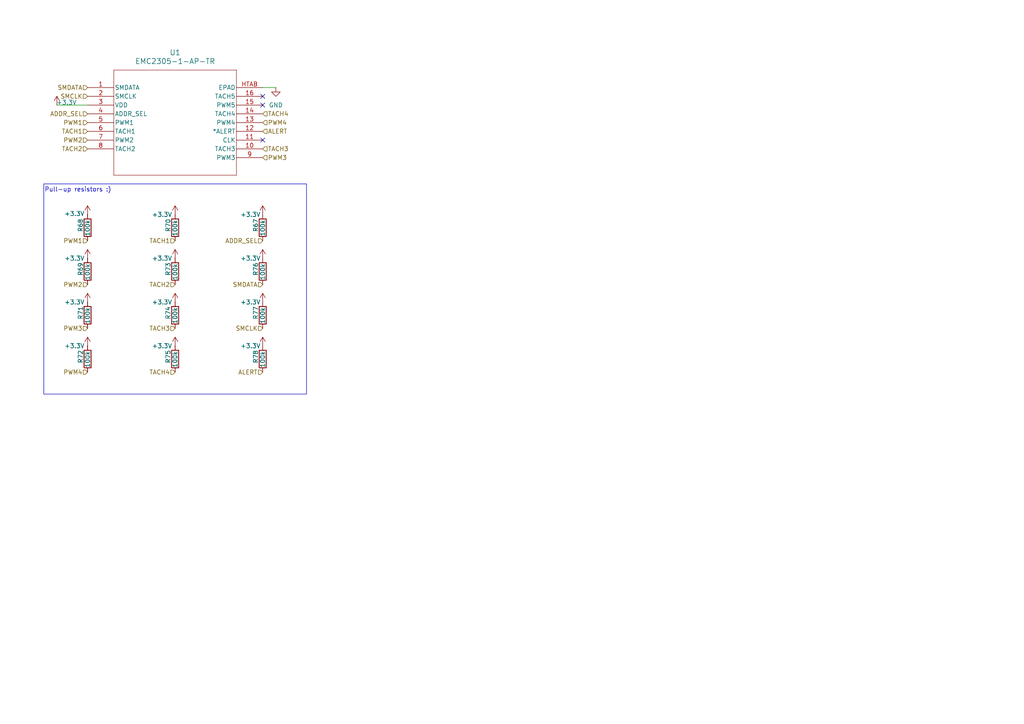
<source format=kicad_sch>
(kicad_sch (version 20231120) (generator "eeschema") (generator_version "8.0")
  (paper "A4")
  (lib_symbols
    (symbol "2024-11-02_21-04-42:EMC2305-1-AP-TR" (pin_names (offset 0.254))
      (property "Reference" "U" (at 25.4 10.16 0))
      (property "Value" "EMC2305-1-AP-TR" (at 25.4 7.62 0))
      (symbol "EMC2305-1-AP-TR_0_1"
        (polyline (pts (xy 7.62 -25.4) (xy 43.18 -25.4)) (stroke (width 0.127)))
        (polyline (pts (xy 7.62 5.08) (xy 7.62 -25.4)) (stroke (width 0.127)))
        (polyline (pts (xy 43.18 -25.4) (xy 43.18 5.08)) (stroke (width 0.127)))
        (polyline (pts (xy 43.18 5.08) (xy 7.62 5.08)) (stroke (width 0.127)))
        (pin bidirectional line (at 0 0 0) (length 7.62) (name "SMDATA") (number "1"))
        (pin input line (at 50.8 -17.78 180) (length 7.62) (name "TACH3") (number "10"))
        (pin bidirectional line (at 50.8 -15.24 180) (length 7.62) (name "CLK") (number "11"))
        (pin output line (at 50.8 -12.7 180) (length 7.62) (name "*ALERT") (number "12"))
        (pin output line (at 50.8 -10.16 180) (length 7.62) (name "PWM4") (number "13"))
        (pin input line (at 50.8 -7.62 180) (length 7.62) (name "TACH4") (number "14"))
        (pin output line (at 50.8 -5.08 180) (length 7.62) (name "PWM5") (number "15"))
        (pin input line (at 50.8 -2.54 180) (length 7.62) (name "TACH5") (number "16"))
        (pin input line (at 0 -2.54 0) (length 7.62) (name "SMCLK") (number "2"))
        (pin power_in line (at 0 -5.08 0) (length 7.62) (name "VDD") (number "3"))
        (pin bidirectional line (at 0 -7.62 0) (length 7.62) (name "ADDR_SEL") (number "4"))
        (pin output line (at 0 -10.16 0) (length 7.62) (name "PWM1") (number "5"))
        (pin input line (at 0 -12.7 0) (length 7.62) (name "TACH1") (number "6"))
        (pin output line (at 0 -15.24 0) (length 7.62) (name "PWM2") (number "7"))
        (pin input line (at 0 -17.78 0) (length 7.62) (name "TACH2") (number "8"))
        (pin output line (at 50.8 -20.32 180) (length 7.62) (name "PWM3") (number "9"))
        (pin unspecified line (at 50.8 0 180) (length 7.62) (name "EPAD") (number "HTAB"))
      )
    )
    (symbol "Device:R" (pin_numbers hide) (pin_names (offset 0))
      (property "Reference" "R" (at 2.032 0 90))
      (property "Value" "R" (at 0 0 90))
      (symbol "R_0_1"
        (rectangle (start -1.016 -2.54) (end 1.016 2.54) (stroke (width 0.254)))
      )
      (symbol "R_1_1"
        (pin passive line (at 0 3.81 270) (length 1.27) (name "~") (number "1"))
        (pin passive line (at 0 -3.81 90) (length 1.27) (name "~") (number "2"))
      )
    )
    (symbol "power:+3.3V" (power) (pin_numbers hide) (pin_names (offset 0) hide)
      (property "Value" "+3.3V" (at 0 3.556 0))
      (symbol "+3.3V_0_1"
        (polyline (pts (xy -0.762 1.27) (xy 0 2.54)))
        (polyline (pts (xy 0 0) (xy 0 2.54)))
        (polyline (pts (xy 0 2.54) (xy 0.762 1.27)))
      )
      (symbol "+3.3V_1_1"
        (pin power_in line (at 0 0 90) (length 0) (name "~") (number "1"))
      )
    )
    (symbol "power:GND" (power) (pin_numbers hide) (pin_names (offset 0) hide)
      (property "Value" "GND" (at 0 -3.81 0))
      (symbol "GND_0_1"
        (polyline (pts (xy 0 0) (xy 0 -1.27) (xy 1.27 -1.27) (xy 0 -2.54) (xy -1.27 -1.27) (xy 0 -1.27)))
      )
      (symbol "GND_1_1"
        (pin power_in line (at 0 0 270) (length 0) (name "~") (number "1"))
      )
    )
  )
  (no_connect (at 76.2 30.48))
  (no_connect (at 76.2 40.64))
  (no_connect (at 76.2 27.94))
  (wire (pts (xy 16.51 30.48) (xy 25.4 30.48)))
  (wire (pts (xy 80.01 25.4) (xy 76.2 25.4)))
  (rectangle (start 12.7 53.34) (end 88.9 114.3))
  (text "Pull-up resistors :)\n" (at 22.606 55.118 0) (effects (font (size 1.27 1.27))))
  (hierarchical_label "ADDR_SEL" (shape input) (at 76.2 69.85 180))
  (hierarchical_label "PWM1" (shape input) (at 25.4 35.56 180))
  (hierarchical_label "TACH2" (shape input) (at 25.4 43.18 180))
  (hierarchical_label "PWM2" (shape input) (at 25.4 82.55 180))
  (hierarchical_label "PWM1" (shape input) (at 25.4 69.85 180))
  (hierarchical_label "SMDATA" (shape input) (at 76.2 82.55 180))
  (hierarchical_label "PWM4" (shape input) (at 76.2 35.56 0))
  (hierarchical_label "ADDR_SEL" (shape input) (at 25.4 33.02 180))
  (hierarchical_label "SMDATA" (shape input) (at 25.4 25.4 180))
  (hierarchical_label "ALERT" (shape input) (at 76.2 38.1 0))
  (hierarchical_label "TACH1" (shape input) (at 25.4 38.1 180))
  (hierarchical_label "TACH3" (shape input) (at 76.2 43.18 0))
  (hierarchical_label "TACH1" (shape input) (at 50.8 69.85 180))
  (hierarchical_label "SMCLK" (shape input) (at 25.4 27.94 180))
  (hierarchical_label "TACH2" (shape input) (at 50.8 82.55 180))
  (hierarchical_label "ALERT" (shape input) (at 76.2 107.95 180))
  (hierarchical_label "PWM3" (shape input) (at 76.2 45.72 0))
  (hierarchical_label "PWM4" (shape input) (at 25.4 107.95 180))
  (hierarchical_label "SMCLK" (shape input) (at 76.2 95.25 180))
  (hierarchical_label "PWM3" (shape input) (at 25.4 95.25 180))
  (hierarchical_label "TACH3" (shape input) (at 50.8 95.25 180))
  (hierarchical_label "TACH4" (shape input) (at 50.8 107.95 180))
  (hierarchical_label "TACH4" (shape input) (at 76.2 33.02 0))
  (hierarchical_label "PWM2" (shape input) (at 25.4 40.64 180))
  (symbol (lib_id "Device:R") (at 76.2 91.44 0) (unit 1)
    (property "Reference" "R77" (at 74.168 92.71 90) (effects (justify left)))
    (property "Value" "100k" (at 76.2 93.98 90) (effects (justify left)))
    (property "Footprint" "Resistor_SMD:R_0805_2012Metric" (effects (hide yes)))
    (property "Description" "Resistor" (effects (hide yes)))
  )
  (symbol (lib_id "power:+3.3V") (at 25.4 100.33 0) (unit 1)
    (property "Reference" "#PWR085" (effects (hide yes)))
    (property "Value" "+3.3V" (at 21.59 100.33 0))
    (property "Description" "Power symbol creates a global label with name \"+3.3V\"" (effects (hide yes)))
  )
  (symbol (lib_id "Device:R") (at 25.4 78.74 0) (unit 1)
    (property "Reference" "R69" (at 23.368 80.01 90) (effects (justify left)))
    (property "Value" "100k" (at 25.4 81.28 90) (effects (justify left)))
    (property "Footprint" "Resistor_SMD:R_0805_2012Metric" (effects (hide yes)))
    (property "Description" "Resistor" (effects (hide yes)))
  )
  (symbol (lib_id "power:+3.3V") (at 50.8 62.23 0) (unit 1)
    (property "Reference" "#PWR083" (effects (hide yes)))
    (property "Value" "+3.3V" (at 46.99 62.23 0))
    (property "Description" "Power symbol creates a global label with name \"+3.3V\"" (effects (hide yes)))
  )
  (symbol (lib_id "Device:R") (at 76.2 104.14 0) (unit 1)
    (property "Reference" "R78" (at 74.168 105.41 90) (effects (justify left)))
    (property "Value" "100k" (at 76.2 106.68 90) (effects (justify left)))
    (property "Footprint" "Resistor_SMD:R_0805_2012Metric" (effects (hide yes)))
    (property "Description" "Resistor" (effects (hide yes)))
  )
  (symbol (lib_id "power:+3.3V") (at 25.4 62.23 0) (unit 1)
    (property "Reference" "#PWR081" (effects (hide yes)))
    (property "Value" "+3.3V" (at 21.59 61.976 0))
    (property "Description" "Power symbol creates a global label with name \"+3.3V\"" (effects (hide yes)))
  )
  (symbol (lib_id "Device:R") (at 50.8 78.74 0) (unit 1)
    (property "Reference" "R73" (at 48.768 80.01 90) (effects (justify left)))
    (property "Value" "100k" (at 50.8 81.28 90) (effects (justify left)))
    (property "Footprint" "Resistor_SMD:R_0805_2012Metric" (effects (hide yes)))
    (property "Description" "Resistor" (effects (hide yes)))
  )
  (symbol (lib_id "Device:R") (at 50.8 104.14 0) (unit 1)
    (property "Reference" "R75" (at 48.768 105.41 90) (effects (justify left)))
    (property "Value" "100k" (at 50.8 106.68 90) (effects (justify left)))
    (property "Footprint" "Resistor_SMD:R_0805_2012Metric" (effects (hide yes)))
    (property "Description" "Resistor" (effects (hide yes)))
  )
  (symbol (lib_id "power:+3.3V") (at 50.8 87.63 0) (unit 1)
    (property "Reference" "#PWR087" (effects (hide yes)))
    (property "Value" "+3.3V" (at 46.99 87.63 0))
    (property "Description" "Power symbol creates a global label with name \"+3.3V\"" (effects (hide yes)))
  )
  (symbol (lib_id "power:+3.3V") (at 16.51 30.48 0) (unit 1)
    (property "Reference" "#PWR04" (effects (hide yes)))
    (property "Value" "+3.3V" (at 19.304 29.718 0))
    (property "Description" "Power symbol creates a global label with name \"+3.3V\"" (effects (hide yes)))
  )
  (symbol (lib_id "power:+3.3V") (at 76.2 74.93 0) (unit 1)
    (property "Reference" "#PWR089" (effects (hide yes)))
    (property "Value" "+3.3V" (at 72.644 74.93 0))
    (property "Description" "Power symbol creates a global label with name \"+3.3V\"" (effects (hide yes)))
  )
  (symbol (lib_id "Device:R") (at 50.8 66.04 0) (unit 1)
    (property "Reference" "R70" (at 48.768 67.31 90) (effects (justify left)))
    (property "Value" "100k" (at 50.8 68.58 90) (effects (justify left)))
    (property "Footprint" "Resistor_SMD:R_0805_2012Metric" (effects (hide yes)))
    (property "Description" "Resistor" (effects (hide yes)))
  )
  (symbol (lib_id "power:+3.3V") (at 76.2 100.33 0) (unit 1)
    (property "Reference" "#PWR091" (effects (hide yes)))
    (property "Value" "+3.3V" (at 72.644 100.33 0))
    (property "Description" "Power symbol creates a global label with name \"+3.3V\"" (effects (hide yes)))
  )
  (symbol (lib_id "Device:R") (at 50.8 91.44 0) (unit 1)
    (property "Reference" "R74" (at 48.768 92.71 90) (effects (justify left)))
    (property "Value" "100k" (at 50.8 93.98 90) (effects (justify left)))
    (property "Footprint" "Resistor_SMD:R_0805_2012Metric" (effects (hide yes)))
    (property "Description" "Resistor" (effects (hide yes)))
  )
  (symbol (lib_id "power:GND") (at 80.01 25.4 0) (unit 1)
    (property "Reference" "#PWR011" (effects (hide yes)))
    (property "Value" "GND" (at 80.01 30.48 0))
    (property "Description" "Power symbol creates a global label with name \"GND\" , ground" (effects (hide yes)))
  )
  (symbol (lib_id "power:+3.3V") (at 76.2 87.63 0) (unit 1)
    (property "Reference" "#PWR090" (effects (hide yes)))
    (property "Value" "+3.3V" (at 72.644 87.63 0))
    (property "Description" "Power symbol creates a global label with name \"+3.3V\"" (effects (hide yes)))
  )
  (symbol (lib_id "power:+3.3V") (at 50.8 74.93 0) (unit 1)
    (property "Reference" "#PWR086" (effects (hide yes)))
    (property "Value" "+3.3V" (at 46.99 74.93 0))
    (property "Description" "Power symbol creates a global label with name \"+3.3V\"" (effects (hide yes)))
  )
  (symbol (lib_id "Device:R") (at 76.2 78.74 0) (unit 1)
    (property "Reference" "R76" (at 74.168 80.01 90) (effects (justify left)))
    (property "Value" "100k" (at 76.2 81.28 90) (effects (justify left)))
    (property "Footprint" "Resistor_SMD:R_0805_2012Metric" (effects (hide yes)))
    (property "Description" "Resistor" (effects (hide yes)))
  )
  (symbol (lib_id "power:+3.3V") (at 50.8 100.33 0) (unit 1)
    (property "Reference" "#PWR088" (effects (hide yes)))
    (property "Value" "+3.3V" (at 46.99 100.33 0))
    (property "Description" "Power symbol creates a global label with name \"+3.3V\"" (effects (hide yes)))
  )
  (symbol (lib_id "2024-11-02_21-04-42:EMC2305-1-AP-TR") (at 25.4 25.4 0) (unit 1)
    (property "Reference" "U1" (at 50.8 15.24 0) (effects (font (size 1.524 1.524))))
    (property "Value" "EMC2305-1-AP-TR" (at 50.8 17.78 0) (effects (font (size 1.524 1.524))))
    (property "Footprint" "footprints:QFN16_4x4MC_MCH" (effects (hide yes)))
    (property "Datasheet" "https://ww1.microchip.com/downloads/aemDocuments/documents/MSLD/ProductDocuments/DataSheets/EMC2301-2-3-5-Data-Sheet-DS20006532A.pdf" (effects (hide yes)))
  )
  (symbol (lib_id "power:+3.3V") (at 25.4 74.93 0) (unit 1)
    (property "Reference" "#PWR082" (effects (hide yes)))
    (property "Value" "+3.3V" (at 21.59 74.93 0))
    (property "Description" "Power symbol creates a global label with name \"+3.3V\"" (effects (hide yes)))
  )
  (symbol (lib_id "Device:R") (at 25.4 66.04 0) (unit 1)
    (property "Reference" "R68" (at 23.368 67.31 90) (effects (justify left)))
    (property "Value" "100k" (at 25.4 68.58 90) (effects (justify left)))
    (property "Footprint" "Resistor_SMD:R_0805_2012Metric" (effects (hide yes)))
    (property "Description" "Resistor" (effects (hide yes)))
  )
  (symbol (lib_id "power:+3.3V") (at 25.4 87.63 0) (unit 1)
    (property "Reference" "#PWR084" (effects (hide yes)))
    (property "Value" "+3.3V" (at 21.59 87.63 0))
    (property "Description" "Power symbol creates a global label with name \"+3.3V\"" (effects (hide yes)))
  )
  (symbol (lib_id "power:+3.3V") (at 76.2 62.23 0) (unit 1)
    (property "Reference" "#PWR080" (effects (hide yes)))
    (property "Value" "+3.3V" (at 72.644 62.23 0))
    (property "Description" "Power symbol creates a global label with name \"+3.3V\"" (effects (hide yes)))
  )
  (symbol (lib_id "Device:R") (at 76.2 66.04 0) (unit 1)
    (property "Reference" "R67" (at 74.168 67.31 90) (effects (justify left)))
    (property "Value" "100k" (at 76.2 68.58 90) (effects (justify left)))
    (property "Footprint" "Resistor_SMD:R_0805_2012Metric" (effects (hide yes)))
    (property "Description" "Resistor" (effects (hide yes)))
  )
  (symbol (lib_id "Device:R") (at 25.4 104.14 0) (unit 1)
    (property "Reference" "R72" (at 23.368 105.41 90) (effects (justify left)))
    (property "Value" "100k" (at 25.4 106.68 90) (effects (justify left)))
    (property "Footprint" "Resistor_SMD:R_0805_2012Metric" (effects (hide yes)))
    (property "Description" "Resistor" (effects (hide yes)))
  )
  (symbol (lib_id "Device:R") (at 25.4 91.44 0) (unit 1)
    (property "Reference" "R71" (at 23.368 92.71 90) (effects (justify left)))
    (property "Value" "100k" (at 25.4 93.98 90) (effects (justify left)))
    (property "Footprint" "Resistor_SMD:R_0805_2012Metric" (effects (hide yes)))
    (property "Description" "Resistor" (effects (hide yes)))
  )
)
</source>
